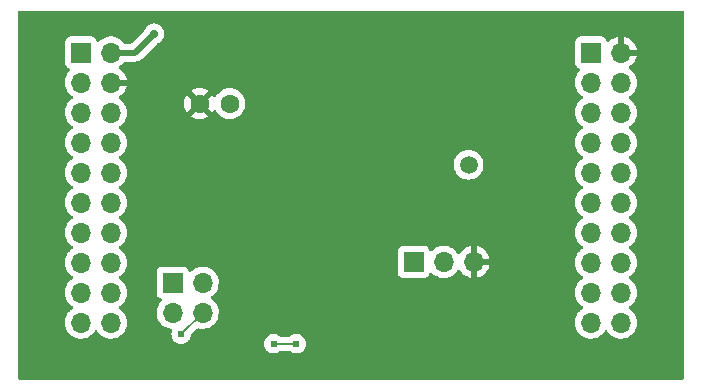
<source format=gbr>
%TF.GenerationSoftware,KiCad,Pcbnew,(6.0.7)*%
%TF.CreationDate,2022-11-02T22:50:04-04:00*%
%TF.ProjectId,tifi_daughterboard,74696669-5f64-4617-9567-68746572626f,1*%
%TF.SameCoordinates,Original*%
%TF.FileFunction,Copper,L2,Bot*%
%TF.FilePolarity,Positive*%
%FSLAX46Y46*%
G04 Gerber Fmt 4.6, Leading zero omitted, Abs format (unit mm)*
G04 Created by KiCad (PCBNEW (6.0.7)) date 2022-11-02 22:50:04*
%MOMM*%
%LPD*%
G01*
G04 APERTURE LIST*
%TA.AperFunction,ComponentPad*%
%ADD10R,1.700000X1.700000*%
%TD*%
%TA.AperFunction,ComponentPad*%
%ADD11O,1.700000X1.700000*%
%TD*%
%TA.AperFunction,ComponentPad*%
%ADD12C,1.600000*%
%TD*%
%TA.AperFunction,TestPad*%
%ADD13C,1.500000*%
%TD*%
%TA.AperFunction,ViaPad*%
%ADD14C,0.711200*%
%TD*%
%TA.AperFunction,ViaPad*%
%ADD15C,0.609600*%
%TD*%
%TA.AperFunction,ViaPad*%
%ADD16C,0.508000*%
%TD*%
%TA.AperFunction,Conductor*%
%ADD17C,0.508000*%
%TD*%
%TA.AperFunction,Conductor*%
%ADD18C,0.203200*%
%TD*%
G04 APERTURE END LIST*
D10*
%TO.P,J1,1,Pin_1*%
%TO.N,+3.3V*%
X121920000Y-73660000D03*
D11*
%TO.P,J1,2,Pin_2*%
%TO.N,+5V*%
X124460000Y-73660000D03*
%TO.P,J1,3,Pin_3*%
%TO.N,unconnected-(J1-Pad3)*%
X121920000Y-76200000D03*
%TO.P,J1,4,Pin_4*%
%TO.N,GND*%
X124460000Y-76200000D03*
%TO.P,J1,5,Pin_5*%
%TO.N,unconnected-(J1-Pad5)*%
X121920000Y-78740000D03*
%TO.P,J1,6,Pin_6*%
%TO.N,unconnected-(J1-Pad6)*%
X124460000Y-78740000D03*
%TO.P,J1,7,Pin_7*%
%TO.N,unconnected-(J1-Pad7)*%
X121920000Y-81280000D03*
%TO.P,J1,8,Pin_8*%
%TO.N,LDR_OUT*%
X124460000Y-81280000D03*
%TO.P,J1,9,Pin_9*%
%TO.N,unconnected-(J1-Pad9)*%
X121920000Y-83820000D03*
%TO.P,J1,10,Pin_10*%
%TO.N,unconnected-(J1-Pad10)*%
X124460000Y-83820000D03*
%TO.P,J1,11,Pin_11*%
%TO.N,unconnected-(J1-Pad11)*%
X121920000Y-86360000D03*
%TO.P,J1,12,Pin_12*%
%TO.N,unconnected-(J1-Pad12)*%
X124460000Y-86360000D03*
%TO.P,J1,13,Pin_13*%
%TO.N,unconnected-(J1-Pad13)*%
X121920000Y-88900000D03*
%TO.P,J1,14,Pin_14*%
%TO.N,unconnected-(J1-Pad14)*%
X124460000Y-88900000D03*
%TO.P,J1,15,Pin_15*%
%TO.N,unconnected-(J1-Pad15)*%
X121920000Y-91440000D03*
%TO.P,J1,16,Pin_16*%
%TO.N,unconnected-(J1-Pad16)*%
X124460000Y-91440000D03*
%TO.P,J1,17,Pin_17*%
%TO.N,I2C_SCL*%
X121920000Y-93980000D03*
%TO.P,J1,18,Pin_18*%
%TO.N,unconnected-(J1-Pad18)*%
X124460000Y-93980000D03*
%TO.P,J1,19,Pin_19*%
%TO.N,I2C_SDA*%
X121920000Y-96520000D03*
%TO.P,J1,20,Pin_20*%
%TO.N,unconnected-(J1-Pad20)*%
X124460000Y-96520000D03*
%TD*%
D12*
%TO.P,R7,1*%
%TO.N,LDR_OUT*%
X134518400Y-77978000D03*
%TO.P,R7,2*%
%TO.N,GND*%
X131978400Y-77978000D03*
%TD*%
D10*
%TO.P,J5,1,Pin_1*%
%TO.N,Net-(J5-Pad1)*%
X129692400Y-93141800D03*
D11*
%TO.P,J5,2,Pin_2*%
%TO.N,Net-(J5-Pad2)*%
X132232400Y-93141800D03*
%TO.P,J5,3,Pin_3*%
%TO.N,I2C_SCL*%
X129692400Y-95681800D03*
%TO.P,J5,4,Pin_4*%
%TO.N,I2C_SDA*%
X132232400Y-95681800D03*
%TD*%
D10*
%TO.P,J2,1,Pin_1*%
%TO.N,unconnected-(J2-Pad1)*%
X165100000Y-73660000D03*
D11*
%TO.P,J2,2,Pin_2*%
%TO.N,GND*%
X167640000Y-73660000D03*
%TO.P,J2,3,Pin_3*%
%TO.N,unconnected-(J2-Pad3)*%
X165100000Y-76200000D03*
%TO.P,J2,4,Pin_4*%
%TO.N,PIR_OUT*%
X167640000Y-76200000D03*
%TO.P,J2,5,Pin_5*%
%TO.N,unconnected-(J2-Pad5)*%
X165100000Y-78740000D03*
%TO.P,J2,6,Pin_6*%
%TO.N,unconnected-(J2-Pad6)*%
X167640000Y-78740000D03*
%TO.P,J2,7,Pin_7*%
%TO.N,unconnected-(J2-Pad7)*%
X165100000Y-81280000D03*
%TO.P,J2,8,Pin_8*%
%TO.N,unconnected-(J2-Pad8)*%
X167640000Y-81280000D03*
%TO.P,J2,9,Pin_9*%
%TO.N,unconnected-(J2-Pad9)*%
X165100000Y-83820000D03*
%TO.P,J2,10,Pin_10*%
%TO.N,unconnected-(J2-Pad10)*%
X167640000Y-83820000D03*
%TO.P,J2,11,Pin_11*%
%TO.N,unconnected-(J2-Pad11)*%
X165100000Y-86360000D03*
%TO.P,J2,12,Pin_12*%
%TO.N,unconnected-(J2-Pad12)*%
X167640000Y-86360000D03*
%TO.P,J2,13,Pin_13*%
%TO.N,unconnected-(J2-Pad13)*%
X165100000Y-88900000D03*
%TO.P,J2,14,Pin_14*%
%TO.N,unconnected-(J2-Pad14)*%
X167640000Y-88900000D03*
%TO.P,J2,15,Pin_15*%
%TO.N,unconnected-(J2-Pad15)*%
X165100000Y-91440000D03*
%TO.P,J2,16,Pin_16*%
%TO.N,LED_PWM*%
X167640000Y-91440000D03*
%TO.P,J2,17,Pin_17*%
%TO.N,unconnected-(J2-Pad17)*%
X165100000Y-93980000D03*
%TO.P,J2,18,Pin_18*%
%TO.N,unconnected-(J2-Pad18)*%
X167640000Y-93980000D03*
%TO.P,J2,19,Pin_19*%
%TO.N,unconnected-(J2-Pad19)*%
X165100000Y-96520000D03*
%TO.P,J2,20,Pin_20*%
%TO.N,unconnected-(J2-Pad20)*%
X167640000Y-96520000D03*
%TD*%
D10*
%TO.P,J4,1,Pin_1*%
%TO.N,+5V*%
X150088600Y-91383400D03*
D11*
%TO.P,J4,2,Pin_2*%
%TO.N,PIR_OUT*%
X152628600Y-91383400D03*
%TO.P,J4,3,Pin_3*%
%TO.N,GND*%
X155168600Y-91383400D03*
%TD*%
D13*
%TO.P,TP1,1,1*%
%TO.N,Net-(Q1-Pad1)*%
X154736800Y-83159600D03*
%TD*%
D14*
%TO.N,GND*%
X144932400Y-81000600D03*
D15*
X131216400Y-99187000D03*
D14*
X154178000Y-72237600D03*
X157962600Y-85267800D03*
X157048200Y-78384400D03*
D15*
X138194400Y-95217600D03*
X138658600Y-89001600D03*
D16*
X136626600Y-87757000D03*
D14*
X145669000Y-85090000D03*
D15*
X134620000Y-88214200D03*
D14*
X140105250Y-92111800D03*
D16*
X136626600Y-88696800D03*
D14*
X155879800Y-88493600D03*
%TO.N,+5V*%
X128117600Y-72059800D03*
D15*
%TO.N,I2C_SCL*%
X140157200Y-98323400D03*
X138226800Y-98323400D03*
%TO.N,I2C_SDA*%
X130403600Y-97510600D03*
%TD*%
D17*
%TO.N,+5V*%
X126517400Y-73660000D02*
X124460000Y-73660000D01*
X128117600Y-72059800D02*
X126517400Y-73660000D01*
D18*
%TO.N,I2C_SCL*%
X138226800Y-98323400D02*
X140157200Y-98323400D01*
%TO.N,I2C_SDA*%
X130403600Y-97510600D02*
X132232400Y-95681800D01*
%TD*%
%TA.AperFunction,Conductor*%
%TO.N,GND*%
G36*
X172915621Y-70124502D02*
G01*
X172962114Y-70178158D01*
X172973500Y-70230500D01*
X172973500Y-101219500D01*
X172953498Y-101287621D01*
X172899842Y-101334114D01*
X172847500Y-101345500D01*
X116712500Y-101345500D01*
X116644379Y-101325498D01*
X116597886Y-101271842D01*
X116586500Y-101219500D01*
X116586500Y-96486695D01*
X120557251Y-96486695D01*
X120557548Y-96491848D01*
X120557548Y-96491851D01*
X120563011Y-96586590D01*
X120570110Y-96709715D01*
X120571247Y-96714761D01*
X120571248Y-96714767D01*
X120590692Y-96801042D01*
X120619222Y-96927639D01*
X120672164Y-97058020D01*
X120694628Y-97113342D01*
X120703266Y-97134616D01*
X120746120Y-97204547D01*
X120817291Y-97320688D01*
X120819987Y-97325088D01*
X120966250Y-97493938D01*
X121138126Y-97636632D01*
X121331000Y-97749338D01*
X121539692Y-97829030D01*
X121544760Y-97830061D01*
X121544763Y-97830062D01*
X121652017Y-97851883D01*
X121758597Y-97873567D01*
X121763772Y-97873757D01*
X121763774Y-97873757D01*
X121976673Y-97881564D01*
X121976677Y-97881564D01*
X121981837Y-97881753D01*
X121986957Y-97881097D01*
X121986959Y-97881097D01*
X122198288Y-97854025D01*
X122198289Y-97854025D01*
X122203416Y-97853368D01*
X122223932Y-97847213D01*
X122412429Y-97790661D01*
X122412434Y-97790659D01*
X122417384Y-97789174D01*
X122617994Y-97690896D01*
X122799860Y-97561173D01*
X122825195Y-97535927D01*
X122954435Y-97407137D01*
X122958096Y-97403489D01*
X123017594Y-97320689D01*
X123088453Y-97222077D01*
X123089776Y-97223028D01*
X123136645Y-97179857D01*
X123206580Y-97167625D01*
X123272026Y-97195144D01*
X123299875Y-97226994D01*
X123359987Y-97325088D01*
X123506250Y-97493938D01*
X123678126Y-97636632D01*
X123871000Y-97749338D01*
X124079692Y-97829030D01*
X124084760Y-97830061D01*
X124084763Y-97830062D01*
X124192017Y-97851883D01*
X124298597Y-97873567D01*
X124303772Y-97873757D01*
X124303774Y-97873757D01*
X124516673Y-97881564D01*
X124516677Y-97881564D01*
X124521837Y-97881753D01*
X124526957Y-97881097D01*
X124526959Y-97881097D01*
X124738288Y-97854025D01*
X124738289Y-97854025D01*
X124743416Y-97853368D01*
X124763932Y-97847213D01*
X124952429Y-97790661D01*
X124952434Y-97790659D01*
X124957384Y-97789174D01*
X125157994Y-97690896D01*
X125339860Y-97561173D01*
X125365195Y-97535927D01*
X125494435Y-97407137D01*
X125498096Y-97403489D01*
X125557594Y-97320689D01*
X125625435Y-97226277D01*
X125628453Y-97222077D01*
X125647303Y-97183938D01*
X125725136Y-97026453D01*
X125725137Y-97026451D01*
X125727430Y-97021811D01*
X125761847Y-96908531D01*
X125790865Y-96813023D01*
X125790865Y-96813021D01*
X125792370Y-96808069D01*
X125821529Y-96586590D01*
X125821960Y-96568937D01*
X125823074Y-96523365D01*
X125823074Y-96523361D01*
X125823156Y-96520000D01*
X125804852Y-96297361D01*
X125750431Y-96080702D01*
X125661354Y-95875840D01*
X125621906Y-95814862D01*
X125542822Y-95692617D01*
X125542820Y-95692614D01*
X125540014Y-95688277D01*
X125503815Y-95648495D01*
X128329651Y-95648495D01*
X128329948Y-95653648D01*
X128329948Y-95653651D01*
X128342212Y-95866347D01*
X128342510Y-95871515D01*
X128343647Y-95876561D01*
X128343648Y-95876567D01*
X128344555Y-95880590D01*
X128391622Y-96089439D01*
X128475666Y-96296416D01*
X128592387Y-96486888D01*
X128738650Y-96655738D01*
X128910526Y-96798432D01*
X129103400Y-96911138D01*
X129312092Y-96990830D01*
X129317160Y-96991861D01*
X129317163Y-96991862D01*
X129424417Y-97013683D01*
X129530997Y-97035367D01*
X129536175Y-97035557D01*
X129541299Y-97036168D01*
X129541156Y-97037371D01*
X129603003Y-97058020D01*
X129647501Y-97113342D01*
X129655025Y-97183938D01*
X129649449Y-97204547D01*
X129610511Y-97311529D01*
X129608102Y-97318149D01*
X129585234Y-97499173D01*
X129585921Y-97506180D01*
X129585921Y-97506183D01*
X129594293Y-97591565D01*
X129603039Y-97680764D01*
X129660633Y-97853899D01*
X129675304Y-97878123D01*
X129728593Y-97966113D01*
X129755154Y-98009971D01*
X129881903Y-98141223D01*
X129887795Y-98145078D01*
X129887799Y-98145082D01*
X130028685Y-98237275D01*
X130034581Y-98241133D01*
X130041185Y-98243589D01*
X130041187Y-98243590D01*
X130120090Y-98272934D01*
X130205600Y-98304735D01*
X130386460Y-98328867D01*
X130393471Y-98328229D01*
X130393475Y-98328229D01*
X130533180Y-98315514D01*
X130568171Y-98312329D01*
X130569266Y-98311973D01*
X137408434Y-98311973D01*
X137409121Y-98318980D01*
X137409121Y-98318983D01*
X137418767Y-98417357D01*
X137426239Y-98493564D01*
X137483833Y-98666699D01*
X137578354Y-98822771D01*
X137705103Y-98954023D01*
X137710995Y-98957878D01*
X137710999Y-98957882D01*
X137851885Y-99050075D01*
X137857781Y-99053933D01*
X137864385Y-99056389D01*
X137864387Y-99056390D01*
X137943290Y-99085734D01*
X138028800Y-99117535D01*
X138209660Y-99141667D01*
X138216671Y-99141029D01*
X138216675Y-99141029D01*
X138356380Y-99128314D01*
X138391371Y-99125129D01*
X138398073Y-99122951D01*
X138398075Y-99122951D01*
X138558205Y-99070922D01*
X138558208Y-99070921D01*
X138564904Y-99068745D01*
X138589752Y-99053933D01*
X138715577Y-98978927D01*
X138715580Y-98978925D01*
X138721632Y-98975317D01*
X138729051Y-98968252D01*
X138730880Y-98967311D01*
X138732343Y-98966200D01*
X138732538Y-98966457D01*
X138792174Y-98935762D01*
X138815940Y-98933500D01*
X139566579Y-98933500D01*
X139635572Y-98954068D01*
X139788181Y-99053933D01*
X139794785Y-99056389D01*
X139794787Y-99056390D01*
X139873690Y-99085734D01*
X139959200Y-99117535D01*
X140140060Y-99141667D01*
X140147071Y-99141029D01*
X140147075Y-99141029D01*
X140286780Y-99128314D01*
X140321771Y-99125129D01*
X140328473Y-99122951D01*
X140328475Y-99122951D01*
X140488605Y-99070922D01*
X140488608Y-99070921D01*
X140495304Y-99068745D01*
X140520152Y-99053933D01*
X140645977Y-98978927D01*
X140645980Y-98978925D01*
X140652032Y-98975317D01*
X140723339Y-98907412D01*
X140779062Y-98854348D01*
X140779064Y-98854345D01*
X140784166Y-98849487D01*
X140885139Y-98697510D01*
X140900138Y-98658025D01*
X140947433Y-98533522D01*
X140947434Y-98533517D01*
X140949933Y-98526939D01*
X140975327Y-98346252D01*
X140975646Y-98323400D01*
X140955307Y-98142075D01*
X140895301Y-97969761D01*
X140798611Y-97815024D01*
X140704965Y-97720722D01*
X140675004Y-97690551D01*
X140675000Y-97690548D01*
X140670041Y-97685554D01*
X140662494Y-97680764D01*
X140536176Y-97600601D01*
X140515983Y-97587786D01*
X140351013Y-97529042D01*
X140350727Y-97528940D01*
X140350725Y-97528939D01*
X140344093Y-97526578D01*
X140337107Y-97525745D01*
X140337103Y-97525744D01*
X140207526Y-97510294D01*
X140162914Y-97504974D01*
X140155911Y-97505710D01*
X140155910Y-97505710D01*
X140109675Y-97510570D01*
X139981451Y-97524046D01*
X139974783Y-97526316D01*
X139815390Y-97580578D01*
X139815387Y-97580579D01*
X139808723Y-97582848D01*
X139653314Y-97678456D01*
X139648281Y-97683385D01*
X139644180Y-97686589D01*
X139578186Y-97712767D01*
X139566606Y-97713300D01*
X138817268Y-97713300D01*
X138749147Y-97693298D01*
X138742770Y-97688705D01*
X138739641Y-97685554D01*
X138733693Y-97681779D01*
X138733689Y-97681776D01*
X138605776Y-97600601D01*
X138585583Y-97587786D01*
X138420613Y-97529042D01*
X138420327Y-97528940D01*
X138420325Y-97528939D01*
X138413693Y-97526578D01*
X138406707Y-97525745D01*
X138406703Y-97525744D01*
X138277126Y-97510294D01*
X138232514Y-97504974D01*
X138225511Y-97505710D01*
X138225510Y-97505710D01*
X138179275Y-97510570D01*
X138051051Y-97524046D01*
X138044383Y-97526316D01*
X137884990Y-97580578D01*
X137884987Y-97580579D01*
X137878323Y-97582848D01*
X137722914Y-97678456D01*
X137653521Y-97746410D01*
X137609853Y-97789174D01*
X137592550Y-97806118D01*
X137493708Y-97959490D01*
X137491299Y-97966110D01*
X137491297Y-97966113D01*
X137463841Y-98041548D01*
X137431302Y-98130949D01*
X137408434Y-98311973D01*
X130569266Y-98311973D01*
X130574873Y-98310151D01*
X130574875Y-98310151D01*
X130735005Y-98258122D01*
X130735008Y-98258121D01*
X130741704Y-98255945D01*
X130766552Y-98241133D01*
X130892377Y-98166127D01*
X130892380Y-98166125D01*
X130898432Y-98162517D01*
X130969739Y-98094612D01*
X131025462Y-98041548D01*
X131025464Y-98041545D01*
X131030566Y-98036687D01*
X131131539Y-97884710D01*
X131158010Y-97815024D01*
X131193833Y-97720722D01*
X131193834Y-97720717D01*
X131196333Y-97714139D01*
X131200205Y-97686589D01*
X131212290Y-97600601D01*
X131241578Y-97535927D01*
X131247969Y-97529042D01*
X131749451Y-97027560D01*
X131811763Y-96993534D01*
X131863666Y-96993185D01*
X132065918Y-97034334D01*
X132065922Y-97034334D01*
X132070997Y-97035367D01*
X132076172Y-97035557D01*
X132076174Y-97035557D01*
X132289073Y-97043364D01*
X132289077Y-97043364D01*
X132294237Y-97043553D01*
X132299357Y-97042897D01*
X132299359Y-97042897D01*
X132510688Y-97015825D01*
X132510689Y-97015825D01*
X132515816Y-97015168D01*
X132540775Y-97007680D01*
X132724829Y-96952461D01*
X132724834Y-96952459D01*
X132729784Y-96950974D01*
X132930394Y-96852696D01*
X133112260Y-96722973D01*
X133125565Y-96709715D01*
X133266835Y-96568937D01*
X133270496Y-96565289D01*
X133326972Y-96486695D01*
X163737251Y-96486695D01*
X163737548Y-96491848D01*
X163737548Y-96491851D01*
X163743011Y-96586590D01*
X163750110Y-96709715D01*
X163751247Y-96714761D01*
X163751248Y-96714767D01*
X163770692Y-96801042D01*
X163799222Y-96927639D01*
X163852164Y-97058020D01*
X163874628Y-97113342D01*
X163883266Y-97134616D01*
X163926120Y-97204547D01*
X163997291Y-97320688D01*
X163999987Y-97325088D01*
X164146250Y-97493938D01*
X164318126Y-97636632D01*
X164511000Y-97749338D01*
X164719692Y-97829030D01*
X164724760Y-97830061D01*
X164724763Y-97830062D01*
X164832017Y-97851883D01*
X164938597Y-97873567D01*
X164943772Y-97873757D01*
X164943774Y-97873757D01*
X165156673Y-97881564D01*
X165156677Y-97881564D01*
X165161837Y-97881753D01*
X165166957Y-97881097D01*
X165166959Y-97881097D01*
X165378288Y-97854025D01*
X165378289Y-97854025D01*
X165383416Y-97853368D01*
X165403932Y-97847213D01*
X165592429Y-97790661D01*
X165592434Y-97790659D01*
X165597384Y-97789174D01*
X165797994Y-97690896D01*
X165979860Y-97561173D01*
X166005195Y-97535927D01*
X166134435Y-97407137D01*
X166138096Y-97403489D01*
X166197594Y-97320689D01*
X166268453Y-97222077D01*
X166269776Y-97223028D01*
X166316645Y-97179857D01*
X166386580Y-97167625D01*
X166452026Y-97195144D01*
X166479875Y-97226994D01*
X166539987Y-97325088D01*
X166686250Y-97493938D01*
X166858126Y-97636632D01*
X167051000Y-97749338D01*
X167259692Y-97829030D01*
X167264760Y-97830061D01*
X167264763Y-97830062D01*
X167372017Y-97851883D01*
X167478597Y-97873567D01*
X167483772Y-97873757D01*
X167483774Y-97873757D01*
X167696673Y-97881564D01*
X167696677Y-97881564D01*
X167701837Y-97881753D01*
X167706957Y-97881097D01*
X167706959Y-97881097D01*
X167918288Y-97854025D01*
X167918289Y-97854025D01*
X167923416Y-97853368D01*
X167943932Y-97847213D01*
X168132429Y-97790661D01*
X168132434Y-97790659D01*
X168137384Y-97789174D01*
X168337994Y-97690896D01*
X168519860Y-97561173D01*
X168545195Y-97535927D01*
X168674435Y-97407137D01*
X168678096Y-97403489D01*
X168737594Y-97320689D01*
X168805435Y-97226277D01*
X168808453Y-97222077D01*
X168827303Y-97183938D01*
X168905136Y-97026453D01*
X168905137Y-97026451D01*
X168907430Y-97021811D01*
X168941847Y-96908531D01*
X168970865Y-96813023D01*
X168970865Y-96813021D01*
X168972370Y-96808069D01*
X169001529Y-96586590D01*
X169001960Y-96568937D01*
X169003074Y-96523365D01*
X169003074Y-96523361D01*
X169003156Y-96520000D01*
X168984852Y-96297361D01*
X168930431Y-96080702D01*
X168841354Y-95875840D01*
X168801906Y-95814862D01*
X168722822Y-95692617D01*
X168722820Y-95692614D01*
X168720014Y-95688277D01*
X168569670Y-95523051D01*
X168565619Y-95519852D01*
X168565615Y-95519848D01*
X168398414Y-95387800D01*
X168398410Y-95387798D01*
X168394359Y-95384598D01*
X168353053Y-95361796D01*
X168303084Y-95311364D01*
X168288312Y-95241921D01*
X168313428Y-95175516D01*
X168340780Y-95148909D01*
X168384603Y-95117650D01*
X168519860Y-95021173D01*
X168532598Y-95008480D01*
X168674435Y-94867137D01*
X168678096Y-94863489D01*
X168687734Y-94850077D01*
X168805435Y-94686277D01*
X168808453Y-94682077D01*
X168829320Y-94639857D01*
X168905136Y-94486453D01*
X168905137Y-94486451D01*
X168907430Y-94481811D01*
X168972370Y-94268069D01*
X169001529Y-94046590D01*
X169001960Y-94028937D01*
X169003074Y-93983365D01*
X169003074Y-93983361D01*
X169003156Y-93980000D01*
X168984852Y-93757361D01*
X168930431Y-93540702D01*
X168841354Y-93335840D01*
X168801906Y-93274862D01*
X168722822Y-93152617D01*
X168722820Y-93152614D01*
X168720014Y-93148277D01*
X168569670Y-92983051D01*
X168565619Y-92979852D01*
X168565615Y-92979848D01*
X168398414Y-92847800D01*
X168398410Y-92847798D01*
X168394359Y-92844598D01*
X168353053Y-92821796D01*
X168303084Y-92771364D01*
X168288312Y-92701921D01*
X168313428Y-92635516D01*
X168340780Y-92608909D01*
X168384603Y-92577650D01*
X168519860Y-92481173D01*
X168678096Y-92323489D01*
X168687734Y-92310077D01*
X168805435Y-92146277D01*
X168808453Y-92142077D01*
X168829320Y-92099857D01*
X168905136Y-91946453D01*
X168905137Y-91946451D01*
X168907430Y-91941811D01*
X168955477Y-91783669D01*
X168970865Y-91733023D01*
X168970865Y-91733021D01*
X168972370Y-91728069D01*
X169001529Y-91506590D01*
X169003156Y-91440000D01*
X168984852Y-91217361D01*
X168930431Y-91000702D01*
X168841354Y-90795840D01*
X168720014Y-90608277D01*
X168569670Y-90443051D01*
X168565619Y-90439852D01*
X168565615Y-90439848D01*
X168398414Y-90307800D01*
X168398410Y-90307798D01*
X168394359Y-90304598D01*
X168353053Y-90281796D01*
X168303084Y-90231364D01*
X168288312Y-90161921D01*
X168313428Y-90095516D01*
X168340780Y-90068909D01*
X168404350Y-90023565D01*
X168519860Y-89941173D01*
X168678096Y-89783489D01*
X168737594Y-89700689D01*
X168805435Y-89606277D01*
X168808453Y-89602077D01*
X168829320Y-89559857D01*
X168905136Y-89406453D01*
X168905137Y-89406451D01*
X168907430Y-89401811D01*
X168972370Y-89188069D01*
X169001529Y-88966590D01*
X169003156Y-88900000D01*
X168984852Y-88677361D01*
X168930431Y-88460702D01*
X168841354Y-88255840D01*
X168720014Y-88068277D01*
X168569670Y-87903051D01*
X168565619Y-87899852D01*
X168565615Y-87899848D01*
X168398414Y-87767800D01*
X168398410Y-87767798D01*
X168394359Y-87764598D01*
X168353053Y-87741796D01*
X168303084Y-87691364D01*
X168288312Y-87621921D01*
X168313428Y-87555516D01*
X168340780Y-87528909D01*
X168384603Y-87497650D01*
X168519860Y-87401173D01*
X168678096Y-87243489D01*
X168737594Y-87160689D01*
X168805435Y-87066277D01*
X168808453Y-87062077D01*
X168829320Y-87019857D01*
X168905136Y-86866453D01*
X168905137Y-86866451D01*
X168907430Y-86861811D01*
X168972370Y-86648069D01*
X169001529Y-86426590D01*
X169003156Y-86360000D01*
X168984852Y-86137361D01*
X168930431Y-85920702D01*
X168841354Y-85715840D01*
X168720014Y-85528277D01*
X168569670Y-85363051D01*
X168565619Y-85359852D01*
X168565615Y-85359848D01*
X168398414Y-85227800D01*
X168398410Y-85227798D01*
X168394359Y-85224598D01*
X168353053Y-85201796D01*
X168303084Y-85151364D01*
X168288312Y-85081921D01*
X168313428Y-85015516D01*
X168340780Y-84988909D01*
X168384603Y-84957650D01*
X168519860Y-84861173D01*
X168678096Y-84703489D01*
X168737594Y-84620689D01*
X168805435Y-84526277D01*
X168808453Y-84522077D01*
X168829320Y-84479857D01*
X168905136Y-84326453D01*
X168905137Y-84326451D01*
X168907430Y-84321811D01*
X168939900Y-84214940D01*
X168970865Y-84113023D01*
X168970865Y-84113021D01*
X168972370Y-84108069D01*
X169001529Y-83886590D01*
X169003156Y-83820000D01*
X168984852Y-83597361D01*
X168930431Y-83380702D01*
X168841354Y-83175840D01*
X168720014Y-82988277D01*
X168569670Y-82823051D01*
X168565619Y-82819852D01*
X168565615Y-82819848D01*
X168398414Y-82687800D01*
X168398410Y-82687798D01*
X168394359Y-82684598D01*
X168353053Y-82661796D01*
X168303084Y-82611364D01*
X168288312Y-82541921D01*
X168313428Y-82475516D01*
X168340780Y-82448909D01*
X168384603Y-82417650D01*
X168519860Y-82321173D01*
X168678096Y-82163489D01*
X168737594Y-82080689D01*
X168805435Y-81986277D01*
X168808453Y-81982077D01*
X168813900Y-81971057D01*
X168905136Y-81786453D01*
X168905137Y-81786451D01*
X168907430Y-81781811D01*
X168972370Y-81568069D01*
X169001529Y-81346590D01*
X169003156Y-81280000D01*
X168984852Y-81057361D01*
X168930431Y-80840702D01*
X168841354Y-80635840D01*
X168720014Y-80448277D01*
X168569670Y-80283051D01*
X168565619Y-80279852D01*
X168565615Y-80279848D01*
X168398414Y-80147800D01*
X168398410Y-80147798D01*
X168394359Y-80144598D01*
X168353053Y-80121796D01*
X168303084Y-80071364D01*
X168288312Y-80001921D01*
X168313428Y-79935516D01*
X168340780Y-79908909D01*
X168384603Y-79877650D01*
X168519860Y-79781173D01*
X168678096Y-79623489D01*
X168737594Y-79540689D01*
X168805435Y-79446277D01*
X168808453Y-79442077D01*
X168829320Y-79399857D01*
X168905136Y-79246453D01*
X168905137Y-79246451D01*
X168907430Y-79241811D01*
X168961146Y-79065012D01*
X168970865Y-79033023D01*
X168970865Y-79033021D01*
X168972370Y-79028069D01*
X169001529Y-78806590D01*
X169003156Y-78740000D01*
X168984852Y-78517361D01*
X168930431Y-78300702D01*
X168841354Y-78095840D01*
X168773408Y-77990812D01*
X168722822Y-77912617D01*
X168722820Y-77912614D01*
X168720014Y-77908277D01*
X168569670Y-77743051D01*
X168565619Y-77739852D01*
X168565615Y-77739848D01*
X168398414Y-77607800D01*
X168398410Y-77607798D01*
X168394359Y-77604598D01*
X168353053Y-77581796D01*
X168303084Y-77531364D01*
X168288312Y-77461921D01*
X168313428Y-77395516D01*
X168340780Y-77368909D01*
X168400251Y-77326489D01*
X168519860Y-77241173D01*
X168678096Y-77083489D01*
X168737594Y-77000689D01*
X168805435Y-76906277D01*
X168808453Y-76902077D01*
X168813934Y-76890988D01*
X168905136Y-76706453D01*
X168905137Y-76706451D01*
X168907430Y-76701811D01*
X168972370Y-76488069D01*
X169001529Y-76266590D01*
X169003156Y-76200000D01*
X168984852Y-75977361D01*
X168930431Y-75760702D01*
X168841354Y-75555840D01*
X168720014Y-75368277D01*
X168569670Y-75203051D01*
X168565619Y-75199852D01*
X168565615Y-75199848D01*
X168398414Y-75067800D01*
X168398410Y-75067798D01*
X168394359Y-75064598D01*
X168352569Y-75041529D01*
X168302598Y-74991097D01*
X168287826Y-74921654D01*
X168312942Y-74855248D01*
X168340294Y-74828641D01*
X168515328Y-74703792D01*
X168523200Y-74697139D01*
X168674052Y-74546812D01*
X168680730Y-74538965D01*
X168805003Y-74366020D01*
X168810313Y-74357183D01*
X168904670Y-74166267D01*
X168908469Y-74156672D01*
X168970377Y-73952910D01*
X168972555Y-73942837D01*
X168973986Y-73931962D01*
X168971775Y-73917778D01*
X168958617Y-73914000D01*
X167512000Y-73914000D01*
X167443879Y-73893998D01*
X167397386Y-73840342D01*
X167386000Y-73788000D01*
X167386000Y-73387885D01*
X167894000Y-73387885D01*
X167898475Y-73403124D01*
X167899865Y-73404329D01*
X167907548Y-73406000D01*
X168958344Y-73406000D01*
X168971875Y-73402027D01*
X168973180Y-73392947D01*
X168931214Y-73225875D01*
X168927894Y-73216124D01*
X168842972Y-73020814D01*
X168838105Y-73011739D01*
X168722426Y-72832926D01*
X168716136Y-72824757D01*
X168572806Y-72667240D01*
X168565273Y-72660215D01*
X168398139Y-72528222D01*
X168389552Y-72522517D01*
X168203117Y-72419599D01*
X168193705Y-72415369D01*
X167992959Y-72344280D01*
X167982988Y-72341646D01*
X167911837Y-72328972D01*
X167898540Y-72330432D01*
X167894000Y-72344989D01*
X167894000Y-73387885D01*
X167386000Y-73387885D01*
X167386000Y-72343102D01*
X167382082Y-72329758D01*
X167367806Y-72327771D01*
X167329324Y-72333660D01*
X167319288Y-72336051D01*
X167116868Y-72402212D01*
X167107359Y-72406209D01*
X166918463Y-72504542D01*
X166909738Y-72510036D01*
X166739433Y-72637905D01*
X166731726Y-72644748D01*
X166654478Y-72725584D01*
X166592954Y-72761014D01*
X166522042Y-72757557D01*
X166464255Y-72716311D01*
X166445402Y-72682763D01*
X166403767Y-72571703D01*
X166400615Y-72563295D01*
X166313261Y-72446739D01*
X166196705Y-72359385D01*
X166060316Y-72308255D01*
X165998134Y-72301500D01*
X164201866Y-72301500D01*
X164139684Y-72308255D01*
X164003295Y-72359385D01*
X163886739Y-72446739D01*
X163799385Y-72563295D01*
X163748255Y-72699684D01*
X163741500Y-72761866D01*
X163741500Y-74558134D01*
X163748255Y-74620316D01*
X163799385Y-74756705D01*
X163886739Y-74873261D01*
X164003295Y-74960615D01*
X164011704Y-74963767D01*
X164011705Y-74963768D01*
X164120451Y-75004535D01*
X164177216Y-75047176D01*
X164201916Y-75113738D01*
X164186709Y-75183087D01*
X164167316Y-75209568D01*
X164040629Y-75342138D01*
X163914743Y-75526680D01*
X163820688Y-75729305D01*
X163760989Y-75944570D01*
X163737251Y-76166695D01*
X163737548Y-76171848D01*
X163737548Y-76171851D01*
X163743011Y-76266590D01*
X163750110Y-76389715D01*
X163751247Y-76394761D01*
X163751248Y-76394767D01*
X163764597Y-76454000D01*
X163799222Y-76607639D01*
X163883266Y-76814616D01*
X163923286Y-76879923D01*
X163997291Y-77000688D01*
X163999987Y-77005088D01*
X164146250Y-77173938D01*
X164318126Y-77316632D01*
X164388595Y-77357811D01*
X164391445Y-77359476D01*
X164440169Y-77411114D01*
X164453240Y-77480897D01*
X164426509Y-77546669D01*
X164386055Y-77580027D01*
X164373607Y-77586507D01*
X164369474Y-77589610D01*
X164369471Y-77589612D01*
X164337533Y-77613592D01*
X164194965Y-77720635D01*
X164040629Y-77882138D01*
X163914743Y-78066680D01*
X163899003Y-78100590D01*
X163847566Y-78211402D01*
X163820688Y-78269305D01*
X163760989Y-78484570D01*
X163737251Y-78706695D01*
X163737548Y-78711848D01*
X163737548Y-78711851D01*
X163744141Y-78826197D01*
X163750110Y-78929715D01*
X163751247Y-78934761D01*
X163751248Y-78934767D01*
X163761510Y-78980301D01*
X163799222Y-79147639D01*
X163883266Y-79354616D01*
X163934019Y-79437438D01*
X163997291Y-79540688D01*
X163999987Y-79545088D01*
X164146250Y-79713938D01*
X164318126Y-79856632D01*
X164388595Y-79897811D01*
X164391445Y-79899476D01*
X164440169Y-79951114D01*
X164453240Y-80020897D01*
X164426509Y-80086669D01*
X164386055Y-80120027D01*
X164373607Y-80126507D01*
X164369474Y-80129610D01*
X164369471Y-80129612D01*
X164345247Y-80147800D01*
X164194965Y-80260635D01*
X164040629Y-80422138D01*
X163914743Y-80606680D01*
X163820688Y-80809305D01*
X163760989Y-81024570D01*
X163737251Y-81246695D01*
X163737548Y-81251848D01*
X163737548Y-81251851D01*
X163743011Y-81346590D01*
X163750110Y-81469715D01*
X163751247Y-81474761D01*
X163751248Y-81474767D01*
X163771119Y-81562939D01*
X163799222Y-81687639D01*
X163883266Y-81894616D01*
X163930109Y-81971057D01*
X163997291Y-82080688D01*
X163999987Y-82085088D01*
X164146250Y-82253938D01*
X164318126Y-82396632D01*
X164388595Y-82437811D01*
X164391445Y-82439476D01*
X164440169Y-82491114D01*
X164453240Y-82560897D01*
X164426509Y-82626669D01*
X164386055Y-82660027D01*
X164373607Y-82666507D01*
X164369474Y-82669610D01*
X164369471Y-82669612D01*
X164285266Y-82732835D01*
X164194965Y-82800635D01*
X164040629Y-82962138D01*
X163914743Y-83146680D01*
X163820688Y-83349305D01*
X163760989Y-83564570D01*
X163737251Y-83786695D01*
X163737548Y-83791848D01*
X163737548Y-83791851D01*
X163748139Y-83975535D01*
X163750110Y-84009715D01*
X163751247Y-84014761D01*
X163751248Y-84014767D01*
X163771119Y-84102939D01*
X163799222Y-84227639D01*
X163848153Y-84348143D01*
X163878512Y-84422907D01*
X163883266Y-84434616D01*
X163934019Y-84517438D01*
X163997291Y-84620688D01*
X163999987Y-84625088D01*
X164146250Y-84793938D01*
X164318126Y-84936632D01*
X164388595Y-84977811D01*
X164391445Y-84979476D01*
X164440169Y-85031114D01*
X164453240Y-85100897D01*
X164426509Y-85166669D01*
X164386055Y-85200027D01*
X164373607Y-85206507D01*
X164369474Y-85209610D01*
X164369471Y-85209612D01*
X164345247Y-85227800D01*
X164194965Y-85340635D01*
X164040629Y-85502138D01*
X163914743Y-85686680D01*
X163820688Y-85889305D01*
X163760989Y-86104570D01*
X163737251Y-86326695D01*
X163737548Y-86331848D01*
X163737548Y-86331851D01*
X163743011Y-86426590D01*
X163750110Y-86549715D01*
X163751247Y-86554761D01*
X163751248Y-86554767D01*
X163771119Y-86642939D01*
X163799222Y-86767639D01*
X163883266Y-86974616D01*
X163934019Y-87057438D01*
X163997291Y-87160688D01*
X163999987Y-87165088D01*
X164146250Y-87333938D01*
X164318126Y-87476632D01*
X164388595Y-87517811D01*
X164391445Y-87519476D01*
X164440169Y-87571114D01*
X164453240Y-87640897D01*
X164426509Y-87706669D01*
X164386055Y-87740027D01*
X164373607Y-87746507D01*
X164369474Y-87749610D01*
X164369471Y-87749612D01*
X164345247Y-87767800D01*
X164194965Y-87880635D01*
X164040629Y-88042138D01*
X163914743Y-88226680D01*
X163820688Y-88429305D01*
X163760989Y-88644570D01*
X163737251Y-88866695D01*
X163737548Y-88871848D01*
X163737548Y-88871851D01*
X163743011Y-88966590D01*
X163750110Y-89089715D01*
X163751247Y-89094761D01*
X163751248Y-89094767D01*
X163771119Y-89182939D01*
X163799222Y-89307639D01*
X163883266Y-89514616D01*
X163934019Y-89597438D01*
X163997291Y-89700688D01*
X163999987Y-89705088D01*
X164146250Y-89873938D01*
X164318126Y-90016632D01*
X164343835Y-90031655D01*
X164391445Y-90059476D01*
X164440169Y-90111114D01*
X164453240Y-90180897D01*
X164426509Y-90246669D01*
X164386055Y-90280027D01*
X164373607Y-90286507D01*
X164369474Y-90289610D01*
X164369471Y-90289612D01*
X164199100Y-90417530D01*
X164194965Y-90420635D01*
X164176605Y-90439848D01*
X164065296Y-90556326D01*
X164040629Y-90582138D01*
X163914743Y-90766680D01*
X163899003Y-90800590D01*
X163829986Y-90949275D01*
X163820688Y-90969305D01*
X163760989Y-91184570D01*
X163737251Y-91406695D01*
X163737548Y-91411848D01*
X163737548Y-91411851D01*
X163743011Y-91506590D01*
X163750110Y-91629715D01*
X163751247Y-91634761D01*
X163751248Y-91634767D01*
X163771119Y-91722939D01*
X163799222Y-91847639D01*
X163837461Y-91941811D01*
X163878453Y-92042762D01*
X163883266Y-92054616D01*
X163922923Y-92119330D01*
X163997291Y-92240688D01*
X163999987Y-92245088D01*
X164146250Y-92413938D01*
X164318126Y-92556632D01*
X164374341Y-92589481D01*
X164391445Y-92599476D01*
X164440169Y-92651114D01*
X164453240Y-92720897D01*
X164426509Y-92786669D01*
X164386055Y-92820027D01*
X164373607Y-92826507D01*
X164369474Y-92829610D01*
X164369471Y-92829612D01*
X164250203Y-92919161D01*
X164194965Y-92960635D01*
X164040629Y-93122138D01*
X163914743Y-93306680D01*
X163820688Y-93509305D01*
X163760989Y-93724570D01*
X163737251Y-93946695D01*
X163737548Y-93951848D01*
X163737548Y-93951851D01*
X163746998Y-94115738D01*
X163750110Y-94169715D01*
X163751247Y-94174761D01*
X163751248Y-94174767D01*
X163770692Y-94261042D01*
X163799222Y-94387639D01*
X163839298Y-94486335D01*
X163866751Y-94553943D01*
X163883266Y-94594616D01*
X163922923Y-94659330D01*
X163997291Y-94780688D01*
X163999987Y-94785088D01*
X164146250Y-94953938D01*
X164318126Y-95096632D01*
X164388595Y-95137811D01*
X164391445Y-95139476D01*
X164440169Y-95191114D01*
X164453240Y-95260897D01*
X164426509Y-95326669D01*
X164386055Y-95360027D01*
X164373607Y-95366507D01*
X164369474Y-95369610D01*
X164369471Y-95369612D01*
X164250203Y-95459161D01*
X164194965Y-95500635D01*
X164191393Y-95504373D01*
X164053667Y-95648495D01*
X164040629Y-95662138D01*
X163914743Y-95846680D01*
X163820688Y-96049305D01*
X163760989Y-96264570D01*
X163737251Y-96486695D01*
X133326972Y-96486695D01*
X133329994Y-96482489D01*
X133397835Y-96388077D01*
X133400853Y-96383877D01*
X133499830Y-96183611D01*
X133564770Y-95969869D01*
X133593929Y-95748390D01*
X133595556Y-95681800D01*
X133577252Y-95459161D01*
X133522831Y-95242502D01*
X133433754Y-95037640D01*
X133321091Y-94863489D01*
X133315222Y-94854417D01*
X133315220Y-94854414D01*
X133312414Y-94850077D01*
X133162070Y-94684851D01*
X133158019Y-94681652D01*
X133158015Y-94681648D01*
X132990814Y-94549600D01*
X132990810Y-94549598D01*
X132986759Y-94546398D01*
X132945453Y-94523596D01*
X132895484Y-94473164D01*
X132880712Y-94403721D01*
X132905828Y-94337316D01*
X132933180Y-94310709D01*
X133000151Y-94262939D01*
X133112260Y-94182973D01*
X133125565Y-94169715D01*
X133256016Y-94039718D01*
X133270496Y-94025289D01*
X133400853Y-93843877D01*
X133499830Y-93643611D01*
X133564770Y-93429869D01*
X133593929Y-93208390D01*
X133595556Y-93141800D01*
X133577252Y-92919161D01*
X133522831Y-92702502D01*
X133433754Y-92497640D01*
X133377077Y-92410031D01*
X133315222Y-92314417D01*
X133315220Y-92314414D01*
X133312414Y-92310077D01*
X133286442Y-92281534D01*
X148730100Y-92281534D01*
X148736855Y-92343716D01*
X148787985Y-92480105D01*
X148875339Y-92596661D01*
X148991895Y-92684015D01*
X149128284Y-92735145D01*
X149190466Y-92741900D01*
X150986734Y-92741900D01*
X151048916Y-92735145D01*
X151185305Y-92684015D01*
X151301861Y-92596661D01*
X151389215Y-92480105D01*
X151411399Y-92420929D01*
X151433198Y-92362782D01*
X151475840Y-92306018D01*
X151542402Y-92281318D01*
X151611750Y-92296526D01*
X151646417Y-92324514D01*
X151674850Y-92357338D01*
X151846726Y-92500032D01*
X152039600Y-92612738D01*
X152248292Y-92692430D01*
X152253360Y-92693461D01*
X152253363Y-92693462D01*
X152343483Y-92711797D01*
X152467197Y-92736967D01*
X152472372Y-92737157D01*
X152472374Y-92737157D01*
X152685273Y-92744964D01*
X152685277Y-92744964D01*
X152690437Y-92745153D01*
X152695557Y-92744497D01*
X152695559Y-92744497D01*
X152906888Y-92717425D01*
X152906889Y-92717425D01*
X152912016Y-92716768D01*
X152916966Y-92715283D01*
X153121029Y-92654061D01*
X153121034Y-92654059D01*
X153125984Y-92652574D01*
X153326594Y-92554296D01*
X153508460Y-92424573D01*
X153666696Y-92266889D01*
X153751645Y-92148670D01*
X153797053Y-92085477D01*
X153798240Y-92086330D01*
X153845560Y-92042762D01*
X153915497Y-92030545D01*
X153980938Y-92058078D01*
X154008766Y-92089911D01*
X154066294Y-92183788D01*
X154072377Y-92192099D01*
X154211813Y-92353067D01*
X154219180Y-92360283D01*
X154383034Y-92496316D01*
X154391481Y-92502231D01*
X154575356Y-92609679D01*
X154584642Y-92614129D01*
X154783601Y-92690103D01*
X154793499Y-92692979D01*
X154896850Y-92714006D01*
X154910899Y-92712810D01*
X154914600Y-92702465D01*
X154914600Y-92701917D01*
X155422600Y-92701917D01*
X155426664Y-92715759D01*
X155440078Y-92717793D01*
X155446784Y-92716934D01*
X155456862Y-92714792D01*
X155660855Y-92653591D01*
X155670442Y-92649833D01*
X155861695Y-92556139D01*
X155870545Y-92550864D01*
X156043928Y-92427192D01*
X156051800Y-92420539D01*
X156202652Y-92270212D01*
X156209330Y-92262365D01*
X156333603Y-92089420D01*
X156338913Y-92080583D01*
X156433270Y-91889667D01*
X156437069Y-91880072D01*
X156498977Y-91676310D01*
X156501155Y-91666237D01*
X156502586Y-91655362D01*
X156500375Y-91641178D01*
X156487217Y-91637400D01*
X155440715Y-91637400D01*
X155425476Y-91641875D01*
X155424271Y-91643265D01*
X155422600Y-91650948D01*
X155422600Y-92701917D01*
X154914600Y-92701917D01*
X154914600Y-91111285D01*
X155422600Y-91111285D01*
X155427075Y-91126524D01*
X155428465Y-91127729D01*
X155436148Y-91129400D01*
X156486944Y-91129400D01*
X156500475Y-91125427D01*
X156501780Y-91116347D01*
X156459814Y-90949275D01*
X156456494Y-90939524D01*
X156371572Y-90744214D01*
X156366705Y-90735139D01*
X156251026Y-90556326D01*
X156244736Y-90548157D01*
X156101406Y-90390640D01*
X156093873Y-90383615D01*
X155926739Y-90251622D01*
X155918152Y-90245917D01*
X155731717Y-90142999D01*
X155722305Y-90138769D01*
X155521559Y-90067680D01*
X155511588Y-90065046D01*
X155440437Y-90052372D01*
X155427140Y-90053832D01*
X155422600Y-90068389D01*
X155422600Y-91111285D01*
X154914600Y-91111285D01*
X154914600Y-90066502D01*
X154910682Y-90053158D01*
X154896406Y-90051171D01*
X154857924Y-90057060D01*
X154847888Y-90059451D01*
X154645468Y-90125612D01*
X154635959Y-90129609D01*
X154447063Y-90227942D01*
X154438338Y-90233436D01*
X154268033Y-90361305D01*
X154260326Y-90368148D01*
X154113190Y-90522117D01*
X154106709Y-90530122D01*
X154002098Y-90683474D01*
X153947187Y-90728476D01*
X153876662Y-90736647D01*
X153812915Y-90705393D01*
X153792218Y-90680909D01*
X153711422Y-90556017D01*
X153711420Y-90556014D01*
X153708614Y-90551677D01*
X153558270Y-90386451D01*
X153554219Y-90383252D01*
X153554215Y-90383248D01*
X153387014Y-90251200D01*
X153387010Y-90251198D01*
X153382959Y-90247998D01*
X153352827Y-90231364D01*
X153289920Y-90196638D01*
X153187389Y-90140038D01*
X153182520Y-90138314D01*
X153182516Y-90138312D01*
X152981687Y-90067195D01*
X152981683Y-90067194D01*
X152976812Y-90065469D01*
X152971719Y-90064562D01*
X152971716Y-90064561D01*
X152761973Y-90027200D01*
X152761967Y-90027199D01*
X152756884Y-90026294D01*
X152683052Y-90025392D01*
X152538681Y-90023628D01*
X152538679Y-90023628D01*
X152533511Y-90023565D01*
X152312691Y-90057355D01*
X152100356Y-90126757D01*
X151902207Y-90229907D01*
X151898074Y-90233010D01*
X151898071Y-90233012D01*
X151798463Y-90307800D01*
X151723565Y-90364035D01*
X151648056Y-90443051D01*
X151642883Y-90448464D01*
X151581359Y-90483894D01*
X151510446Y-90480437D01*
X151452660Y-90439191D01*
X151433807Y-90405643D01*
X151392367Y-90295103D01*
X151389215Y-90286695D01*
X151301861Y-90170139D01*
X151185305Y-90082785D01*
X151048916Y-90031655D01*
X150986734Y-90024900D01*
X149190466Y-90024900D01*
X149128284Y-90031655D01*
X148991895Y-90082785D01*
X148875339Y-90170139D01*
X148787985Y-90286695D01*
X148736855Y-90423084D01*
X148730100Y-90485266D01*
X148730100Y-92281534D01*
X133286442Y-92281534D01*
X133162070Y-92144851D01*
X133158019Y-92141652D01*
X133158015Y-92141648D01*
X132990814Y-92009600D01*
X132990810Y-92009598D01*
X132986759Y-92006398D01*
X132791189Y-91898438D01*
X132786320Y-91896714D01*
X132786316Y-91896712D01*
X132585487Y-91825595D01*
X132585483Y-91825594D01*
X132580612Y-91823869D01*
X132575519Y-91822962D01*
X132575516Y-91822961D01*
X132365773Y-91785600D01*
X132365767Y-91785599D01*
X132360684Y-91784694D01*
X132286852Y-91783792D01*
X132142481Y-91782028D01*
X132142479Y-91782028D01*
X132137311Y-91781965D01*
X131916491Y-91815755D01*
X131704156Y-91885157D01*
X131506007Y-91988307D01*
X131501874Y-91991410D01*
X131501871Y-91991412D01*
X131331500Y-92119330D01*
X131327365Y-92122435D01*
X131260793Y-92192099D01*
X131246683Y-92206864D01*
X131185159Y-92242294D01*
X131114246Y-92238837D01*
X131056460Y-92197591D01*
X131037607Y-92164043D01*
X130996167Y-92053503D01*
X130993015Y-92045095D01*
X130905661Y-91928539D01*
X130789105Y-91841185D01*
X130652716Y-91790055D01*
X130590534Y-91783300D01*
X128794266Y-91783300D01*
X128732084Y-91790055D01*
X128595695Y-91841185D01*
X128479139Y-91928539D01*
X128391785Y-92045095D01*
X128340655Y-92181484D01*
X128333900Y-92243666D01*
X128333900Y-94039934D01*
X128340655Y-94102116D01*
X128391785Y-94238505D01*
X128479139Y-94355061D01*
X128595695Y-94442415D01*
X128604104Y-94445567D01*
X128604105Y-94445568D01*
X128712851Y-94486335D01*
X128769616Y-94528976D01*
X128794316Y-94595538D01*
X128779109Y-94664887D01*
X128759716Y-94691368D01*
X128633029Y-94823938D01*
X128507143Y-95008480D01*
X128413088Y-95211105D01*
X128353389Y-95426370D01*
X128329651Y-95648495D01*
X125503815Y-95648495D01*
X125389670Y-95523051D01*
X125385619Y-95519852D01*
X125385615Y-95519848D01*
X125218414Y-95387800D01*
X125218410Y-95387798D01*
X125214359Y-95384598D01*
X125173053Y-95361796D01*
X125123084Y-95311364D01*
X125108312Y-95241921D01*
X125133428Y-95175516D01*
X125160780Y-95148909D01*
X125204603Y-95117650D01*
X125339860Y-95021173D01*
X125352598Y-95008480D01*
X125494435Y-94867137D01*
X125498096Y-94863489D01*
X125507734Y-94850077D01*
X125625435Y-94686277D01*
X125628453Y-94682077D01*
X125649320Y-94639857D01*
X125725136Y-94486453D01*
X125725137Y-94486451D01*
X125727430Y-94481811D01*
X125792370Y-94268069D01*
X125821529Y-94046590D01*
X125821960Y-94028937D01*
X125823074Y-93983365D01*
X125823074Y-93983361D01*
X125823156Y-93980000D01*
X125804852Y-93757361D01*
X125750431Y-93540702D01*
X125661354Y-93335840D01*
X125621906Y-93274862D01*
X125542822Y-93152617D01*
X125542820Y-93152614D01*
X125540014Y-93148277D01*
X125389670Y-92983051D01*
X125385619Y-92979852D01*
X125385615Y-92979848D01*
X125218414Y-92847800D01*
X125218410Y-92847798D01*
X125214359Y-92844598D01*
X125173053Y-92821796D01*
X125123084Y-92771364D01*
X125108312Y-92701921D01*
X125133428Y-92635516D01*
X125160780Y-92608909D01*
X125204603Y-92577650D01*
X125339860Y-92481173D01*
X125498096Y-92323489D01*
X125507734Y-92310077D01*
X125625435Y-92146277D01*
X125628453Y-92142077D01*
X125649320Y-92099857D01*
X125725136Y-91946453D01*
X125725137Y-91946451D01*
X125727430Y-91941811D01*
X125775477Y-91783669D01*
X125790865Y-91733023D01*
X125790865Y-91733021D01*
X125792370Y-91728069D01*
X125821529Y-91506590D01*
X125823156Y-91440000D01*
X125804852Y-91217361D01*
X125750431Y-91000702D01*
X125661354Y-90795840D01*
X125540014Y-90608277D01*
X125389670Y-90443051D01*
X125385619Y-90439852D01*
X125385615Y-90439848D01*
X125218414Y-90307800D01*
X125218410Y-90307798D01*
X125214359Y-90304598D01*
X125173053Y-90281796D01*
X125123084Y-90231364D01*
X125108312Y-90161921D01*
X125133428Y-90095516D01*
X125160780Y-90068909D01*
X125224350Y-90023565D01*
X125339860Y-89941173D01*
X125498096Y-89783489D01*
X125557594Y-89700689D01*
X125625435Y-89606277D01*
X125628453Y-89602077D01*
X125649320Y-89559857D01*
X125725136Y-89406453D01*
X125725137Y-89406451D01*
X125727430Y-89401811D01*
X125792370Y-89188069D01*
X125821529Y-88966590D01*
X125823156Y-88900000D01*
X125804852Y-88677361D01*
X125750431Y-88460702D01*
X125661354Y-88255840D01*
X125540014Y-88068277D01*
X125389670Y-87903051D01*
X125385619Y-87899852D01*
X125385615Y-87899848D01*
X125218414Y-87767800D01*
X125218410Y-87767798D01*
X125214359Y-87764598D01*
X125173053Y-87741796D01*
X125123084Y-87691364D01*
X125108312Y-87621921D01*
X125133428Y-87555516D01*
X125160780Y-87528909D01*
X125204603Y-87497650D01*
X125339860Y-87401173D01*
X125498096Y-87243489D01*
X125557594Y-87160689D01*
X125625435Y-87066277D01*
X125628453Y-87062077D01*
X125649320Y-87019857D01*
X125725136Y-86866453D01*
X125725137Y-86866451D01*
X125727430Y-86861811D01*
X125792370Y-86648069D01*
X125821529Y-86426590D01*
X125823156Y-86360000D01*
X125804852Y-86137361D01*
X125750431Y-85920702D01*
X125661354Y-85715840D01*
X125540014Y-85528277D01*
X125389670Y-85363051D01*
X125385619Y-85359852D01*
X125385615Y-85359848D01*
X125218414Y-85227800D01*
X125218410Y-85227798D01*
X125214359Y-85224598D01*
X125173053Y-85201796D01*
X125123084Y-85151364D01*
X125108312Y-85081921D01*
X125133428Y-85015516D01*
X125160780Y-84988909D01*
X125204603Y-84957650D01*
X125339860Y-84861173D01*
X125498096Y-84703489D01*
X125557594Y-84620689D01*
X125625435Y-84526277D01*
X125628453Y-84522077D01*
X125649320Y-84479857D01*
X125725136Y-84326453D01*
X125725137Y-84326451D01*
X125727430Y-84321811D01*
X125759900Y-84214940D01*
X125790865Y-84113023D01*
X125790865Y-84113021D01*
X125792370Y-84108069D01*
X125821529Y-83886590D01*
X125823156Y-83820000D01*
X125804852Y-83597361D01*
X125750431Y-83380702D01*
X125661354Y-83175840D01*
X125650848Y-83159600D01*
X153473493Y-83159600D01*
X153492685Y-83378971D01*
X153549680Y-83591676D01*
X153552005Y-83596661D01*
X153640418Y-83786266D01*
X153640421Y-83786271D01*
X153642744Y-83791253D01*
X153645900Y-83795760D01*
X153645901Y-83795762D01*
X153709500Y-83886590D01*
X153769051Y-83971638D01*
X153924762Y-84127349D01*
X154105146Y-84253656D01*
X154304724Y-84346720D01*
X154517429Y-84403715D01*
X154736800Y-84422907D01*
X154956171Y-84403715D01*
X155168876Y-84346720D01*
X155368454Y-84253656D01*
X155548838Y-84127349D01*
X155704549Y-83971638D01*
X155764101Y-83886590D01*
X155827699Y-83795762D01*
X155827700Y-83795760D01*
X155830856Y-83791253D01*
X155833179Y-83786271D01*
X155833182Y-83786266D01*
X155921595Y-83596661D01*
X155923920Y-83591676D01*
X155980915Y-83378971D01*
X156000107Y-83159600D01*
X155980915Y-82940229D01*
X155923920Y-82727524D01*
X155846221Y-82560897D01*
X155833182Y-82532934D01*
X155833179Y-82532929D01*
X155830856Y-82527947D01*
X155817826Y-82509338D01*
X155707708Y-82352073D01*
X155707706Y-82352070D01*
X155704549Y-82347562D01*
X155548838Y-82191851D01*
X155368454Y-82065544D01*
X155168876Y-81972480D01*
X154956171Y-81915485D01*
X154736800Y-81896293D01*
X154517429Y-81915485D01*
X154304724Y-81972480D01*
X154273599Y-81986994D01*
X154110134Y-82063218D01*
X154110129Y-82063221D01*
X154105147Y-82065544D01*
X154100640Y-82068700D01*
X154100638Y-82068701D01*
X153929273Y-82188692D01*
X153929270Y-82188694D01*
X153924762Y-82191851D01*
X153769051Y-82347562D01*
X153765894Y-82352070D01*
X153765892Y-82352073D01*
X153655774Y-82509338D01*
X153642744Y-82527947D01*
X153640421Y-82532929D01*
X153640418Y-82532934D01*
X153627379Y-82560897D01*
X153549680Y-82727524D01*
X153492685Y-82940229D01*
X153473493Y-83159600D01*
X125650848Y-83159600D01*
X125540014Y-82988277D01*
X125389670Y-82823051D01*
X125385619Y-82819852D01*
X125385615Y-82819848D01*
X125218414Y-82687800D01*
X125218410Y-82687798D01*
X125214359Y-82684598D01*
X125173053Y-82661796D01*
X125123084Y-82611364D01*
X125108312Y-82541921D01*
X125133428Y-82475516D01*
X125160780Y-82448909D01*
X125204603Y-82417650D01*
X125339860Y-82321173D01*
X125498096Y-82163489D01*
X125557594Y-82080689D01*
X125625435Y-81986277D01*
X125628453Y-81982077D01*
X125633900Y-81971057D01*
X125725136Y-81786453D01*
X125725137Y-81786451D01*
X125727430Y-81781811D01*
X125792370Y-81568069D01*
X125821529Y-81346590D01*
X125823156Y-81280000D01*
X125804852Y-81057361D01*
X125750431Y-80840702D01*
X125661354Y-80635840D01*
X125540014Y-80448277D01*
X125389670Y-80283051D01*
X125385619Y-80279852D01*
X125385615Y-80279848D01*
X125218414Y-80147800D01*
X125218410Y-80147798D01*
X125214359Y-80144598D01*
X125173053Y-80121796D01*
X125123084Y-80071364D01*
X125108312Y-80001921D01*
X125133428Y-79935516D01*
X125160780Y-79908909D01*
X125204603Y-79877650D01*
X125339860Y-79781173D01*
X125498096Y-79623489D01*
X125557594Y-79540689D01*
X125625435Y-79446277D01*
X125628453Y-79442077D01*
X125649320Y-79399857D01*
X125725136Y-79246453D01*
X125725137Y-79246451D01*
X125727430Y-79241811D01*
X125781146Y-79065012D01*
X125781435Y-79064062D01*
X131256893Y-79064062D01*
X131266189Y-79076077D01*
X131317394Y-79111931D01*
X131326889Y-79117414D01*
X131524347Y-79209490D01*
X131534639Y-79213236D01*
X131745088Y-79269625D01*
X131755881Y-79271528D01*
X131972925Y-79290517D01*
X131983875Y-79290517D01*
X132200919Y-79271528D01*
X132211712Y-79269625D01*
X132422161Y-79213236D01*
X132432453Y-79209490D01*
X132629911Y-79117414D01*
X132639406Y-79111931D01*
X132691448Y-79075491D01*
X132699824Y-79065012D01*
X132692756Y-79051566D01*
X131991212Y-78350022D01*
X131977268Y-78342408D01*
X131975435Y-78342539D01*
X131968820Y-78346790D01*
X131263323Y-79052287D01*
X131256893Y-79064062D01*
X125781435Y-79064062D01*
X125790865Y-79033023D01*
X125790865Y-79033021D01*
X125792370Y-79028069D01*
X125821529Y-78806590D01*
X125823156Y-78740000D01*
X125804852Y-78517361D01*
X125750431Y-78300702D01*
X125661354Y-78095840D01*
X125593408Y-77990812D01*
X125588662Y-77983475D01*
X130665883Y-77983475D01*
X130684872Y-78200519D01*
X130686775Y-78211312D01*
X130743164Y-78421761D01*
X130746910Y-78432053D01*
X130838986Y-78629511D01*
X130844469Y-78639006D01*
X130880909Y-78691048D01*
X130891388Y-78699424D01*
X130904834Y-78692356D01*
X131606378Y-77990812D01*
X131612756Y-77979132D01*
X132342808Y-77979132D01*
X132342939Y-77980965D01*
X132347190Y-77987580D01*
X133052687Y-78693077D01*
X133064462Y-78699507D01*
X133076477Y-78690211D01*
X133112331Y-78639006D01*
X133117814Y-78629511D01*
X133133929Y-78594951D01*
X133180846Y-78541666D01*
X133249123Y-78522205D01*
X133317083Y-78542747D01*
X133362319Y-78594951D01*
X133378551Y-78629762D01*
X133378554Y-78629767D01*
X133380877Y-78634749D01*
X133384034Y-78639257D01*
X133501202Y-78806590D01*
X133512202Y-78822300D01*
X133674100Y-78984198D01*
X133678608Y-78987355D01*
X133678611Y-78987357D01*
X133729428Y-79022939D01*
X133861651Y-79115523D01*
X133866633Y-79117846D01*
X133866638Y-79117849D01*
X134063165Y-79209490D01*
X134069157Y-79212284D01*
X134074465Y-79213706D01*
X134074467Y-79213707D01*
X134284998Y-79270119D01*
X134285000Y-79270119D01*
X134290313Y-79271543D01*
X134518400Y-79291498D01*
X134746487Y-79271543D01*
X134751800Y-79270119D01*
X134751802Y-79270119D01*
X134962333Y-79213707D01*
X134962335Y-79213706D01*
X134967643Y-79212284D01*
X134973635Y-79209490D01*
X135170162Y-79117849D01*
X135170167Y-79117846D01*
X135175149Y-79115523D01*
X135307372Y-79022939D01*
X135358189Y-78987357D01*
X135358192Y-78987355D01*
X135362700Y-78984198D01*
X135524598Y-78822300D01*
X135535599Y-78806590D01*
X135652766Y-78639257D01*
X135655923Y-78634749D01*
X135658246Y-78629767D01*
X135658249Y-78629762D01*
X135750361Y-78432225D01*
X135750361Y-78432224D01*
X135752684Y-78427243D01*
X135773376Y-78350022D01*
X135810519Y-78211402D01*
X135810519Y-78211400D01*
X135811943Y-78206087D01*
X135831898Y-77978000D01*
X135811943Y-77749913D01*
X135775381Y-77613461D01*
X135754107Y-77534067D01*
X135754106Y-77534065D01*
X135752684Y-77528757D01*
X135730240Y-77480625D01*
X135658249Y-77326238D01*
X135658246Y-77326233D01*
X135655923Y-77321251D01*
X135552773Y-77173938D01*
X135527757Y-77138211D01*
X135527755Y-77138208D01*
X135524598Y-77133700D01*
X135362700Y-76971802D01*
X135358192Y-76968645D01*
X135358189Y-76968643D01*
X135263123Y-76902077D01*
X135175149Y-76840477D01*
X135170167Y-76838154D01*
X135170162Y-76838151D01*
X134972625Y-76746039D01*
X134972624Y-76746039D01*
X134967643Y-76743716D01*
X134962335Y-76742294D01*
X134962333Y-76742293D01*
X134751802Y-76685881D01*
X134751800Y-76685881D01*
X134746487Y-76684457D01*
X134518400Y-76664502D01*
X134290313Y-76684457D01*
X134285000Y-76685881D01*
X134284998Y-76685881D01*
X134074467Y-76742293D01*
X134074465Y-76742294D01*
X134069157Y-76743716D01*
X134064176Y-76746039D01*
X134064175Y-76746039D01*
X133866638Y-76838151D01*
X133866633Y-76838154D01*
X133861651Y-76840477D01*
X133773677Y-76902077D01*
X133678611Y-76968643D01*
X133678608Y-76968645D01*
X133674100Y-76971802D01*
X133512202Y-77133700D01*
X133509045Y-77138208D01*
X133509043Y-77138211D01*
X133484027Y-77173938D01*
X133380877Y-77321251D01*
X133378554Y-77326233D01*
X133378551Y-77326238D01*
X133362319Y-77361049D01*
X133315402Y-77414334D01*
X133247125Y-77433795D01*
X133179165Y-77413253D01*
X133133929Y-77361049D01*
X133117814Y-77326489D01*
X133112331Y-77316994D01*
X133075891Y-77264952D01*
X133065412Y-77256576D01*
X133051966Y-77263644D01*
X132350422Y-77965188D01*
X132342808Y-77979132D01*
X131612756Y-77979132D01*
X131613992Y-77976868D01*
X131613861Y-77975035D01*
X131609610Y-77968420D01*
X130904113Y-77262923D01*
X130892338Y-77256493D01*
X130880323Y-77265789D01*
X130844469Y-77316994D01*
X130838986Y-77326489D01*
X130746910Y-77523947D01*
X130743164Y-77534239D01*
X130686775Y-77744688D01*
X130684872Y-77755481D01*
X130665883Y-77972525D01*
X130665883Y-77983475D01*
X125588662Y-77983475D01*
X125542822Y-77912617D01*
X125542820Y-77912614D01*
X125540014Y-77908277D01*
X125389670Y-77743051D01*
X125385619Y-77739852D01*
X125385615Y-77739848D01*
X125218414Y-77607800D01*
X125218410Y-77607798D01*
X125214359Y-77604598D01*
X125172569Y-77581529D01*
X125122598Y-77531097D01*
X125107826Y-77461654D01*
X125132942Y-77395248D01*
X125160294Y-77368641D01*
X125335328Y-77243792D01*
X125343200Y-77237139D01*
X125494052Y-77086812D01*
X125500730Y-77078965D01*
X125625003Y-76906020D01*
X125630313Y-76897183D01*
X125633375Y-76890988D01*
X131256976Y-76890988D01*
X131264044Y-76904434D01*
X131965588Y-77605978D01*
X131979532Y-77613592D01*
X131981365Y-77613461D01*
X131987980Y-77609210D01*
X132693477Y-76903713D01*
X132699907Y-76891938D01*
X132690611Y-76879923D01*
X132639406Y-76844069D01*
X132629911Y-76838586D01*
X132432453Y-76746510D01*
X132422161Y-76742764D01*
X132211712Y-76686375D01*
X132200919Y-76684472D01*
X131983875Y-76665483D01*
X131972925Y-76665483D01*
X131755881Y-76684472D01*
X131745088Y-76686375D01*
X131534639Y-76742764D01*
X131524347Y-76746510D01*
X131326889Y-76838586D01*
X131317394Y-76844069D01*
X131265352Y-76880509D01*
X131256976Y-76890988D01*
X125633375Y-76890988D01*
X125724670Y-76706267D01*
X125728469Y-76696672D01*
X125790377Y-76492910D01*
X125792555Y-76482837D01*
X125793986Y-76471962D01*
X125791775Y-76457778D01*
X125778617Y-76454000D01*
X124332000Y-76454000D01*
X124263879Y-76433998D01*
X124217386Y-76380342D01*
X124206000Y-76328000D01*
X124206000Y-76072000D01*
X124226002Y-76003879D01*
X124279658Y-75957386D01*
X124332000Y-75946000D01*
X125778344Y-75946000D01*
X125791875Y-75942027D01*
X125793180Y-75932947D01*
X125751214Y-75765875D01*
X125747894Y-75756124D01*
X125662972Y-75560814D01*
X125658105Y-75551739D01*
X125542426Y-75372926D01*
X125536136Y-75364757D01*
X125392806Y-75207240D01*
X125385273Y-75200215D01*
X125218139Y-75068222D01*
X125209556Y-75062520D01*
X125172602Y-75042120D01*
X125122631Y-74991687D01*
X125107859Y-74922245D01*
X125132975Y-74855839D01*
X125160327Y-74829232D01*
X125183797Y-74812491D01*
X125339860Y-74701173D01*
X125498096Y-74543489D01*
X125547329Y-74474974D01*
X125603324Y-74431326D01*
X125649652Y-74422500D01*
X126450024Y-74422500D01*
X126468974Y-74423933D01*
X126483373Y-74426124D01*
X126483379Y-74426124D01*
X126490608Y-74427224D01*
X126497900Y-74426631D01*
X126497903Y-74426631D01*
X126543583Y-74422915D01*
X126553798Y-74422500D01*
X126561925Y-74422500D01*
X126565561Y-74422076D01*
X126565563Y-74422076D01*
X126569015Y-74421673D01*
X126590324Y-74419189D01*
X126594644Y-74418762D01*
X126667826Y-74412809D01*
X126674788Y-74410553D01*
X126680776Y-74409357D01*
X126686733Y-74407949D01*
X126694007Y-74407101D01*
X126700889Y-74404603D01*
X126700893Y-74404602D01*
X126763007Y-74382055D01*
X126767111Y-74380645D01*
X126836975Y-74358013D01*
X126843238Y-74354213D01*
X126848780Y-74351675D01*
X126854256Y-74348933D01*
X126861141Y-74346434D01*
X126867265Y-74342419D01*
X126922532Y-74306185D01*
X126926200Y-74303870D01*
X126988981Y-74265773D01*
X126993186Y-74262059D01*
X126993189Y-74262057D01*
X126997405Y-74258333D01*
X126997431Y-74258362D01*
X127000362Y-74255762D01*
X127003716Y-74252958D01*
X127009835Y-74248946D01*
X127063389Y-74192413D01*
X127065766Y-74189972D01*
X128341350Y-72914388D01*
X128386385Y-72886790D01*
X128386093Y-72886135D01*
X128391066Y-72883921D01*
X128391067Y-72883921D01*
X128489851Y-72839939D01*
X128546000Y-72814940D01*
X128546002Y-72814939D01*
X128552030Y-72812255D01*
X128621385Y-72761866D01*
X128693637Y-72709372D01*
X128693639Y-72709370D01*
X128698981Y-72705489D01*
X128733754Y-72666870D01*
X128816104Y-72575411D01*
X128816105Y-72575410D01*
X128820523Y-72570503D01*
X128911343Y-72413197D01*
X128938709Y-72328972D01*
X128965433Y-72246725D01*
X128965433Y-72246724D01*
X128967473Y-72240446D01*
X128986460Y-72059800D01*
X128967473Y-71879154D01*
X128911343Y-71706403D01*
X128820523Y-71549097D01*
X128698981Y-71414111D01*
X128552030Y-71307345D01*
X128546002Y-71304661D01*
X128546000Y-71304660D01*
X128392124Y-71236150D01*
X128392123Y-71236150D01*
X128386093Y-71233465D01*
X128297257Y-71214582D01*
X128214878Y-71197072D01*
X128214874Y-71197072D01*
X128208421Y-71195700D01*
X128026779Y-71195700D01*
X128020326Y-71197072D01*
X128020322Y-71197072D01*
X127937943Y-71214582D01*
X127849107Y-71233465D01*
X127843077Y-71236150D01*
X127843076Y-71236150D01*
X127689200Y-71304660D01*
X127689198Y-71304661D01*
X127683170Y-71307345D01*
X127536219Y-71414111D01*
X127414677Y-71549097D01*
X127323857Y-71706403D01*
X127321816Y-71712685D01*
X127300089Y-71779553D01*
X127269351Y-71829711D01*
X126238467Y-72860595D01*
X126176155Y-72894621D01*
X126149372Y-72897500D01*
X125653351Y-72897500D01*
X125585230Y-72877498D01*
X125547558Y-72839939D01*
X125540014Y-72828277D01*
X125389670Y-72663051D01*
X125385619Y-72659852D01*
X125385615Y-72659848D01*
X125218414Y-72527800D01*
X125218410Y-72527798D01*
X125214359Y-72524598D01*
X125178028Y-72504542D01*
X125162136Y-72495769D01*
X125018789Y-72416638D01*
X125013920Y-72414914D01*
X125013916Y-72414912D01*
X124813087Y-72343795D01*
X124813083Y-72343794D01*
X124808212Y-72342069D01*
X124803119Y-72341162D01*
X124803116Y-72341161D01*
X124593373Y-72303800D01*
X124593367Y-72303799D01*
X124588284Y-72302894D01*
X124514452Y-72301992D01*
X124370081Y-72300228D01*
X124370079Y-72300228D01*
X124364911Y-72300165D01*
X124144091Y-72333955D01*
X123931756Y-72403357D01*
X123733607Y-72506507D01*
X123729474Y-72509610D01*
X123729471Y-72509612D01*
X123641835Y-72575411D01*
X123554965Y-72640635D01*
X123482648Y-72716311D01*
X123474283Y-72725064D01*
X123412759Y-72760494D01*
X123341846Y-72757037D01*
X123284060Y-72715791D01*
X123265207Y-72682243D01*
X123223767Y-72571703D01*
X123220615Y-72563295D01*
X123133261Y-72446739D01*
X123016705Y-72359385D01*
X122880316Y-72308255D01*
X122818134Y-72301500D01*
X121021866Y-72301500D01*
X120959684Y-72308255D01*
X120823295Y-72359385D01*
X120706739Y-72446739D01*
X120619385Y-72563295D01*
X120568255Y-72699684D01*
X120561500Y-72761866D01*
X120561500Y-74558134D01*
X120568255Y-74620316D01*
X120619385Y-74756705D01*
X120706739Y-74873261D01*
X120823295Y-74960615D01*
X120831704Y-74963767D01*
X120831705Y-74963768D01*
X120940451Y-75004535D01*
X120997216Y-75047176D01*
X121021916Y-75113738D01*
X121006709Y-75183087D01*
X120987316Y-75209568D01*
X120860629Y-75342138D01*
X120734743Y-75526680D01*
X120640688Y-75729305D01*
X120580989Y-75944570D01*
X120557251Y-76166695D01*
X120557548Y-76171848D01*
X120557548Y-76171851D01*
X120563011Y-76266590D01*
X120570110Y-76389715D01*
X120571247Y-76394761D01*
X120571248Y-76394767D01*
X120584597Y-76454000D01*
X120619222Y-76607639D01*
X120703266Y-76814616D01*
X120743286Y-76879923D01*
X120817291Y-77000688D01*
X120819987Y-77005088D01*
X120966250Y-77173938D01*
X121138126Y-77316632D01*
X121208595Y-77357811D01*
X121211445Y-77359476D01*
X121260169Y-77411114D01*
X121273240Y-77480897D01*
X121246509Y-77546669D01*
X121206055Y-77580027D01*
X121193607Y-77586507D01*
X121189474Y-77589610D01*
X121189471Y-77589612D01*
X121157533Y-77613592D01*
X121014965Y-77720635D01*
X120860629Y-77882138D01*
X120734743Y-78066680D01*
X120719003Y-78100590D01*
X120667566Y-78211402D01*
X120640688Y-78269305D01*
X120580989Y-78484570D01*
X120557251Y-78706695D01*
X120557548Y-78711848D01*
X120557548Y-78711851D01*
X120564141Y-78826197D01*
X120570110Y-78929715D01*
X120571247Y-78934761D01*
X120571248Y-78934767D01*
X120581510Y-78980301D01*
X120619222Y-79147639D01*
X120703266Y-79354616D01*
X120754019Y-79437438D01*
X120817291Y-79540688D01*
X120819987Y-79545088D01*
X120966250Y-79713938D01*
X121138126Y-79856632D01*
X121208595Y-79897811D01*
X121211445Y-79899476D01*
X121260169Y-79951114D01*
X121273240Y-80020897D01*
X121246509Y-80086669D01*
X121206055Y-80120027D01*
X121193607Y-80126507D01*
X121189474Y-80129610D01*
X121189471Y-80129612D01*
X121165247Y-80147800D01*
X121014965Y-80260635D01*
X120860629Y-80422138D01*
X120734743Y-80606680D01*
X120640688Y-80809305D01*
X120580989Y-81024570D01*
X120557251Y-81246695D01*
X120557548Y-81251848D01*
X120557548Y-81251851D01*
X120563011Y-81346590D01*
X120570110Y-81469715D01*
X120571247Y-81474761D01*
X120571248Y-81474767D01*
X120591119Y-81562939D01*
X120619222Y-81687639D01*
X120703266Y-81894616D01*
X120750109Y-81971057D01*
X120817291Y-82080688D01*
X120819987Y-82085088D01*
X120966250Y-82253938D01*
X121138126Y-82396632D01*
X121208595Y-82437811D01*
X121211445Y-82439476D01*
X121260169Y-82491114D01*
X121273240Y-82560897D01*
X121246509Y-82626669D01*
X121206055Y-82660027D01*
X121193607Y-82666507D01*
X121189474Y-82669610D01*
X121189471Y-82669612D01*
X121105266Y-82732835D01*
X121014965Y-82800635D01*
X120860629Y-82962138D01*
X120734743Y-83146680D01*
X120640688Y-83349305D01*
X120580989Y-83564570D01*
X120557251Y-83786695D01*
X120557548Y-83791848D01*
X120557548Y-83791851D01*
X120568139Y-83975535D01*
X120570110Y-84009715D01*
X120571247Y-84014761D01*
X120571248Y-84014767D01*
X120591119Y-84102939D01*
X120619222Y-84227639D01*
X120668153Y-84348143D01*
X120698512Y-84422907D01*
X120703266Y-84434616D01*
X120754019Y-84517438D01*
X120817291Y-84620688D01*
X120819987Y-84625088D01*
X120966250Y-84793938D01*
X121138126Y-84936632D01*
X121208595Y-84977811D01*
X121211445Y-84979476D01*
X121260169Y-85031114D01*
X121273240Y-85100897D01*
X121246509Y-85166669D01*
X121206055Y-85200027D01*
X121193607Y-85206507D01*
X121189474Y-85209610D01*
X121189471Y-85209612D01*
X121165247Y-85227800D01*
X121014965Y-85340635D01*
X120860629Y-85502138D01*
X120734743Y-85686680D01*
X120640688Y-85889305D01*
X120580989Y-86104570D01*
X120557251Y-86326695D01*
X120557548Y-86331848D01*
X120557548Y-86331851D01*
X120563011Y-86426590D01*
X120570110Y-86549715D01*
X120571247Y-86554761D01*
X120571248Y-86554767D01*
X120591119Y-86642939D01*
X120619222Y-86767639D01*
X120703266Y-86974616D01*
X120754019Y-87057438D01*
X120817291Y-87160688D01*
X120819987Y-87165088D01*
X120966250Y-87333938D01*
X121138126Y-87476632D01*
X121208595Y-87517811D01*
X121211445Y-87519476D01*
X121260169Y-87571114D01*
X121273240Y-87640897D01*
X121246509Y-87706669D01*
X121206055Y-87740027D01*
X121193607Y-87746507D01*
X121189474Y-87749610D01*
X121189471Y-87749612D01*
X121165247Y-87767800D01*
X121014965Y-87880635D01*
X120860629Y-88042138D01*
X120734743Y-88226680D01*
X120640688Y-88429305D01*
X120580989Y-88644570D01*
X120557251Y-88866695D01*
X120557548Y-88871848D01*
X120557548Y-88871851D01*
X120563011Y-88966590D01*
X120570110Y-89089715D01*
X120571247Y-89094761D01*
X120571248Y-89094767D01*
X120591119Y-89182939D01*
X120619222Y-89307639D01*
X120703266Y-89514616D01*
X120754019Y-89597438D01*
X120817291Y-89700688D01*
X120819987Y-89705088D01*
X120966250Y-89873938D01*
X121138126Y-90016632D01*
X121163835Y-90031655D01*
X121211445Y-90059476D01*
X121260169Y-90111114D01*
X121273240Y-90180897D01*
X121246509Y-90246669D01*
X121206055Y-90280027D01*
X121193607Y-90286507D01*
X121189474Y-90289610D01*
X121189471Y-90289612D01*
X121019100Y-90417530D01*
X121014965Y-90420635D01*
X120996605Y-90439848D01*
X120885296Y-90556326D01*
X120860629Y-90582138D01*
X120734743Y-90766680D01*
X120719003Y-90800590D01*
X120649986Y-90949275D01*
X120640688Y-90969305D01*
X120580989Y-91184570D01*
X120557251Y-91406695D01*
X120557548Y-91411848D01*
X120557548Y-91411851D01*
X120563011Y-91506590D01*
X120570110Y-91629715D01*
X120571247Y-91634761D01*
X120571248Y-91634767D01*
X120591119Y-91722939D01*
X120619222Y-91847639D01*
X120657461Y-91941811D01*
X120698453Y-92042762D01*
X120703266Y-92054616D01*
X120742923Y-92119330D01*
X120817291Y-92240688D01*
X120819987Y-92245088D01*
X120966250Y-92413938D01*
X121138126Y-92556632D01*
X121194341Y-92589481D01*
X121211445Y-92599476D01*
X121260169Y-92651114D01*
X121273240Y-92720897D01*
X121246509Y-92786669D01*
X121206055Y-92820027D01*
X121193607Y-92826507D01*
X121189474Y-92829610D01*
X121189471Y-92829612D01*
X121070203Y-92919161D01*
X121014965Y-92960635D01*
X120860629Y-93122138D01*
X120734743Y-93306680D01*
X120640688Y-93509305D01*
X120580989Y-93724570D01*
X120557251Y-93946695D01*
X120557548Y-93951848D01*
X120557548Y-93951851D01*
X120566998Y-94115738D01*
X120570110Y-94169715D01*
X120571247Y-94174761D01*
X120571248Y-94174767D01*
X120590692Y-94261042D01*
X120619222Y-94387639D01*
X120659298Y-94486335D01*
X120686751Y-94553943D01*
X120703266Y-94594616D01*
X120742923Y-94659330D01*
X120817291Y-94780688D01*
X120819987Y-94785088D01*
X120966250Y-94953938D01*
X121138126Y-95096632D01*
X121208595Y-95137811D01*
X121211445Y-95139476D01*
X121260169Y-95191114D01*
X121273240Y-95260897D01*
X121246509Y-95326669D01*
X121206055Y-95360027D01*
X121193607Y-95366507D01*
X121189474Y-95369610D01*
X121189471Y-95369612D01*
X121070203Y-95459161D01*
X121014965Y-95500635D01*
X121011393Y-95504373D01*
X120873667Y-95648495D01*
X120860629Y-95662138D01*
X120734743Y-95846680D01*
X120640688Y-96049305D01*
X120580989Y-96264570D01*
X120557251Y-96486695D01*
X116586500Y-96486695D01*
X116586500Y-70230500D01*
X116606502Y-70162379D01*
X116660158Y-70115886D01*
X116712500Y-70104500D01*
X172847500Y-70104500D01*
X172915621Y-70124502D01*
G37*
%TD.AperFunction*%
%TD*%
M02*

</source>
